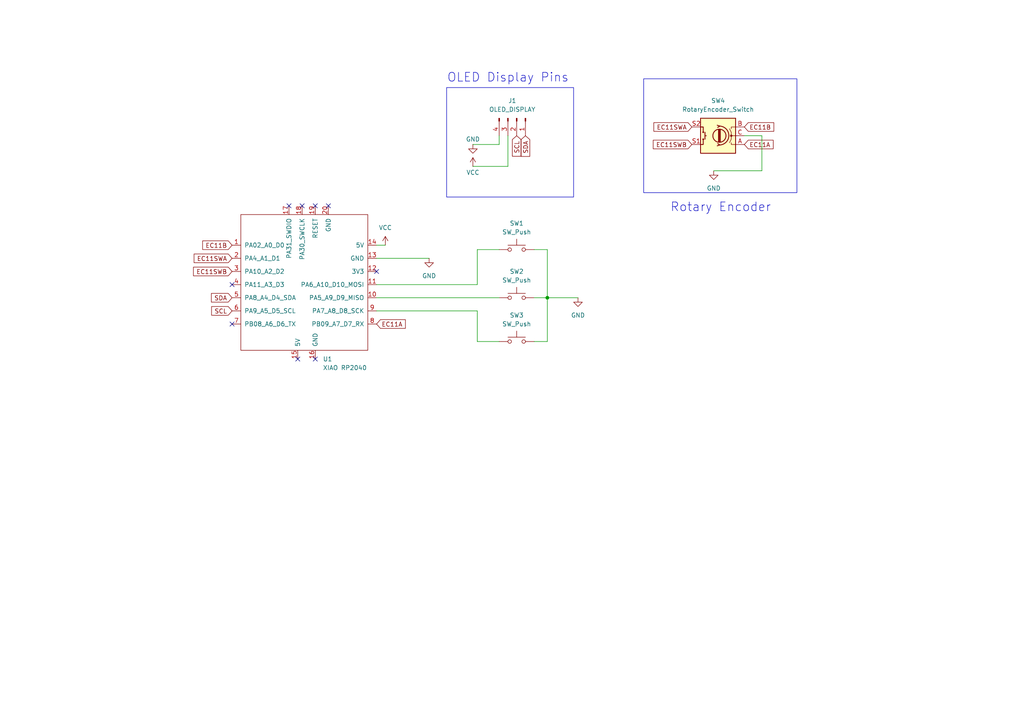
<source format=kicad_sch>
(kicad_sch (version 20231120) (generator "eeschema") (generator_version "8.0")
  (paper "A4")
  (lib_symbols
    (symbol "Connector:Conn_01x04_Pin" (pin_names (offset 1.016) hide)
      (property "Reference" "J" (at 0 5.08 0))
      (property "Value" "Conn_01x04_Pin" (at 0 -7.62 0))
      (symbol "Conn_01x04_Pin_1_1"
        (polyline (pts (xy 1.27 -5.08) (xy 0.8636 -5.08)) (stroke (width 0.1524)))
        (polyline (pts (xy 1.27 -2.54) (xy 0.8636 -2.54)) (stroke (width 0.1524)))
        (polyline (pts (xy 1.27 0) (xy 0.8636 0)) (stroke (width 0.1524)))
        (polyline (pts (xy 1.27 2.54) (xy 0.8636 2.54)) (stroke (width 0.1524)))
        (rectangle (start 0.8636 -4.953) (end 0 -5.207) (stroke (width 0.1524)) (fill (type outline)))
        (rectangle (start 0.8636 -2.413) (end 0 -2.667) (stroke (width 0.1524)) (fill (type outline)))
        (rectangle (start 0.8636 0.127) (end 0 -0.127) (stroke (width 0.1524)) (fill (type outline)))
        (rectangle (start 0.8636 2.667) (end 0 2.413) (stroke (width 0.1524)) (fill (type outline)))
        (pin passive line (at 5.08 2.54 180) (length 3.81) (name "Pin_1") (number "1"))
        (pin passive line (at 5.08 0 180) (length 3.81) (name "Pin_2") (number "2"))
        (pin passive line (at 5.08 -2.54 180) (length 3.81) (name "Pin_3") (number "3"))
        (pin passive line (at 5.08 -5.08 180) (length 3.81) (name "Pin_4") (number "4"))
      )
    )
    (symbol "Device:RotaryEncoder_Switch" (pin_names (offset 0.254) hide)
      (property "Reference" "SW" (at 0 6.604 0))
      (property "Value" "RotaryEncoder_Switch" (at 0 -6.604 0))
      (symbol "RotaryEncoder_Switch_0_1"
        (rectangle (start -5.08 5.08) (end 5.08 -5.08) (stroke (width 0.254)) (fill (type background)))
        (circle (center -3.81 0) (radius 0.254) (fill (type outline)))
        (circle (center -0.381 0) (radius 1.905) (stroke (width 0.254)))
        (arc (start -0.381 2.667) (mid -3.0988 -0.0635) (end -0.381 -2.794) (stroke (width 0.254)))
        (polyline (pts (xy -0.635 -1.778) (xy -0.635 1.778)) (stroke (width 0.254)))
        (polyline (pts (xy -0.381 -1.778) (xy -0.381 1.778)) (stroke (width 0.254)))
        (polyline (pts (xy -0.127 1.778) (xy -0.127 -1.778)) (stroke (width 0.254)))
        (polyline (pts (xy 3.81 0) (xy 3.429 0)) (stroke (width 0.254)))
        (polyline (pts (xy 3.81 1.016) (xy 3.81 -1.016)) (stroke (width 0.254)))
        (polyline (pts (xy -5.08 -2.54) (xy -3.81 -2.54) (xy -3.81 -2.032)))
        (polyline (pts (xy -5.08 2.54) (xy -3.81 2.54) (xy -3.81 2.032)))
        (polyline (pts (xy 0.254 -3.048) (xy -0.508 -2.794) (xy 0.127 -2.413)) (stroke (width 0.254)))
        (polyline (pts (xy 0.254 2.921) (xy -0.508 2.667) (xy 0.127 2.286)) (stroke (width 0.254)))
        (polyline (pts (xy 5.08 -2.54) (xy 4.318 -2.54) (xy 4.318 -1.016)) (stroke (width 0.254)))
        (polyline (pts (xy 5.08 2.54) (xy 4.318 2.54) (xy 4.318 1.016)) (stroke (width 0.254)))
        (polyline (pts (xy -5.08 0) (xy -3.81 0) (xy -3.81 -1.016) (xy -3.302 -2.032)))
        (polyline (pts (xy -4.318 0) (xy -3.81 0) (xy -3.81 1.016) (xy -3.302 2.032)))
        (circle (center 4.318 -1.016) (radius 0.127) (stroke (width 0.254)))
        (circle (center 4.318 1.016) (radius 0.127) (stroke (width 0.254)))
      )
      (symbol "RotaryEncoder_Switch_1_1"
        (pin passive line (at -7.62 2.54 0) (length 2.54) (name "A") (number "A"))
        (pin passive line (at -7.62 -2.54 0) (length 2.54) (name "B") (number "B"))
        (pin passive line (at -7.62 0 0) (length 2.54) (name "C") (number "C"))
        (pin passive line (at 7.62 2.54 180) (length 2.54) (name "S1") (number "S1"))
        (pin passive line (at 7.62 -2.54 180) (length 2.54) (name "S2") (number "S2"))
      )
    )
    (symbol "Seeeduino XIAO:SeeeduinoXIAO" (pin_names (offset 1.016))
      (property "Reference" "U" (at -19.05 22.86 0))
      (property "Value" "SeeeduinoXIAO" (at -12.7 21.59 0))
      (symbol "SeeeduinoXIAO_0_1"
        (rectangle (start -19.05 20.32) (end 17.78 -19.05))
      )
      (symbol "SeeeduinoXIAO_1_1"
        (pin unspecified line (at -21.59 11.43 0) (length 2.54) (name "PA02_A0_D0") (number "1"))
        (pin unspecified line (at 20.32 -3.81 180) (length 2.54) (name "PA5_A9_D9_MISO") (number "10"))
        (pin unspecified line (at 20.32 0 180) (length 2.54) (name "PA6_A10_D10_MOSI") (number "11"))
        (pin unspecified line (at 20.32 3.81 180) (length 2.54) (name "3V3") (number "12"))
        (pin unspecified line (at 20.32 7.62 180) (length 2.54) (name "GND") (number "13"))
        (pin unspecified line (at 20.32 11.43 180) (length 2.54) (name "5V") (number "14"))
        (pin input line (at -2.54 -21.59 90) (length 2.54) (name "5V") (number "15"))
        (pin input line (at 2.54 -21.59 90) (length 2.54) (name "GND") (number "16"))
        (pin input line (at -5.08 22.86 270) (length 2.54) (name "PA31_SWDIO") (number "17"))
        (pin input line (at -1.27 22.86 270) (length 2.54) (name "PA30_SWCLK") (number "18"))
        (pin input line (at 2.54 22.86 270) (length 2.54) (name "RESET") (number "19"))
        (pin unspecified line (at -21.59 7.62 0) (length 2.54) (name "PA4_A1_D1") (number "2"))
        (pin input line (at 6.35 22.86 270) (length 2.54) (name "GND") (number "20"))
        (pin unspecified line (at -21.59 3.81 0) (length 2.54) (name "PA10_A2_D2") (number "3"))
        (pin unspecified line (at -21.59 0 0) (length 2.54) (name "PA11_A3_D3") (number "4"))
        (pin unspecified line (at -21.59 -3.81 0) (length 2.54) (name "PA8_A4_D4_SDA") (number "5"))
        (pin unspecified line (at -21.59 -7.62 0) (length 2.54) (name "PA9_A5_D5_SCL") (number "6"))
        (pin unspecified line (at -21.59 -11.43 0) (length 2.54) (name "PB08_A6_D6_TX") (number "7"))
        (pin unspecified line (at 20.32 -11.43 180) (length 2.54) (name "PB09_A7_D7_RX") (number "8"))
        (pin unspecified line (at 20.32 -7.62 180) (length 2.54) (name "PA7_A8_D8_SCK") (number "9"))
      )
    )
    (symbol "Switch:SW_Push" (pin_numbers hide) (pin_names (offset 1.016) hide)
      (property "Reference" "SW" (at 1.27 2.54 0))
      (property "Value" "SW_Push" (at 0 -1.524 0))
      (symbol "SW_Push_0_1"
        (circle (center -2.032 0) (radius 0.508))
        (polyline (pts (xy 0 1.27) (xy 0 3.048)))
        (polyline (pts (xy 2.54 1.27) (xy -2.54 1.27)))
        (circle (center 2.032 0) (radius 0.508))
        (pin passive line (at -5.08 0 0) (length 2.54) (name "1") (number "1"))
        (pin passive line (at 5.08 0 180) (length 2.54) (name "2") (number "2"))
      )
    )
    (symbol "power:GND" (power) (pin_numbers hide) (pin_names (offset 0) hide)
      (property "Value" "GND" (at 0 -3.81 0))
      (symbol "GND_0_1"
        (polyline (pts (xy 0 0) (xy 0 -1.27) (xy 1.27 -1.27) (xy 0 -2.54) (xy -1.27 -1.27) (xy 0 -1.27)))
      )
      (symbol "GND_1_1"
        (pin power_in line (at 0 0 270) (length 0) (name "~") (number "1"))
      )
    )
    (symbol "power:VCC" (power) (pin_numbers hide) (pin_names (offset 0) hide)
      (property "Value" "VCC" (at 0 3.556 0))
      (symbol "VCC_0_1"
        (polyline (pts (xy -0.762 1.27) (xy 0 2.54)))
        (polyline (pts (xy 0 0) (xy 0 2.54)))
        (polyline (pts (xy 0 2.54) (xy 0.762 1.27)))
      )
      (symbol "VCC_1_1"
        (pin power_in line (at 0 0 90) (length 0) (name "~") (number "1"))
      )
    )
  )
  (junction (at 158.75 86.36))
  (no_connect (at 67.31 93.98))
  (no_connect (at 67.31 82.55))
  (no_connect (at 109.22 78.74))
  (no_connect (at 83.82 59.69))
  (no_connect (at 86.36 104.14))
  (no_connect (at 91.44 59.69))
  (no_connect (at 95.25 59.69))
  (no_connect (at 91.44 104.14))
  (no_connect (at 87.63 59.69))
  (wire (pts (xy 109.22 90.17) (xy 138.43 90.17)))
  (wire (pts (xy 138.43 99.06) (xy 144.78 99.06)))
  (wire (pts (xy 220.98 39.37) (xy 215.9 39.37)))
  (wire (pts (xy 109.22 86.36) (xy 144.78 86.36)))
  (wire (pts (xy 154.94 72.39) (xy 158.75 72.39)))
  (wire (pts (xy 158.75 72.39) (xy 158.75 86.36)))
  (wire (pts (xy 220.98 39.37) (xy 220.98 49.53)))
  (wire (pts (xy 138.43 82.55) (xy 138.43 72.39)))
  (wire (pts (xy 109.22 82.55) (xy 138.43 82.55)))
  (wire (pts (xy 154.94 86.36) (xy 158.75 86.36)))
  (wire (pts (xy 137.16 48.26) (xy 147.32 48.26)))
  (wire (pts (xy 138.43 72.39) (xy 144.78 72.39)))
  (wire (pts (xy 207.01 49.53) (xy 220.98 49.53)))
  (wire (pts (xy 109.22 74.93) (xy 124.46 74.93)))
  (wire (pts (xy 147.32 48.26) (xy 147.32 39.37)))
  (wire (pts (xy 154.94 99.06) (xy 158.75 99.06)))
  (wire (pts (xy 158.75 86.36) (xy 167.64 86.36)))
  (wire (pts (xy 137.16 41.91) (xy 144.78 41.91)))
  (wire (pts (xy 158.75 86.36) (xy 158.75 99.06)))
  (wire (pts (xy 144.78 41.91) (xy 144.78 39.37)))
  (wire (pts (xy 109.22 71.12) (xy 111.76 71.12)))
  (wire (pts (xy 138.43 90.17) (xy 138.43 99.06)))
  (rectangle (start 186.69 22.86) (end 231.14 55.88))
  (rectangle (start 129.54 25.4) (end 166.37 57.15))
  (text "OLED Display Pins" (at 147.32 22.606 0) (effects (font (size 2.54 2.54))))
  (text "Rotary Encoder" (at 209.042 60.198 0) (effects (font (size 2.54 2.54))))
  (global_label "SCL" (shape input) (at 67.31 90.17 180) (property "Intersheetrefs" "${INTERSHEET_REFS}" (effects (hide yes))))
  (global_label "SDA" (shape input) (at 152.4 39.37 270) (property "Intersheetrefs" "${INTERSHEET_REFS}" (effects (hide yes))))
  (global_label "EC11SWA" (shape input) (at 200.66 36.83 180) (property "Intersheetrefs" "${INTERSHEET_REFS}" (effects (hide yes))))
  (global_label "EC11B" (shape input) (at 215.9 36.83 0) (property "Intersheetrefs" "${INTERSHEET_REFS}" (effects (hide yes))))
  (global_label "EC11A" (shape input) (at 215.9 41.91 0) (property "Intersheetrefs" "${INTERSHEET_REFS}" (effects (hide yes))))
  (global_label "EC11SWA" (shape input) (at 67.31 74.93 180) (property "Intersheetrefs" "${INTERSHEET_REFS}" (effects (hide yes))))
  (global_label "EC11SWB" (shape input) (at 67.31 78.74 180) (property "Intersheetrefs" "${INTERSHEET_REFS}" (effects (hide yes))))
  (global_label "EC11SWB" (shape input) (at 200.66 41.91 180) (property "Intersheetrefs" "${INTERSHEET_REFS}" (effects (hide yes))))
  (global_label "EC11A" (shape input) (at 109.22 93.98 0) (property "Intersheetrefs" "${INTERSHEET_REFS}" (effects (hide yes))))
  (global_label "SCL" (shape input) (at 149.86 39.37 270) (property "Intersheetrefs" "${INTERSHEET_REFS}" (effects (hide yes))))
  (global_label "SDA" (shape input) (at 67.31 86.36 180) (property "Intersheetrefs" "${INTERSHEET_REFS}" (effects (hide yes))))
  (global_label "EC11B" (shape input) (at 67.31 71.12 180) (property "Intersheetrefs" "${INTERSHEET_REFS}" (effects (hide yes))))
  (symbol (lib_id "power:GND") (at 124.46 74.93 0) (unit 1)
    (property "Reference" "#PWR01" (effects (hide yes)))
    (property "Value" "GND" (at 124.46 80.01 0))
    (property "Description" "Power symbol creates a global label with name \"GND\" , ground" (effects (hide yes)))
  )
  (symbol (lib_id "Switch:SW_Push") (at 149.86 72.39 0) (unit 1)
    (property "Reference" "SW1" (at 149.86 64.77 0))
    (property "Value" "SW_Push" (at 149.86 67.31 0))
    (property "Footprint" "Button_Switch_Keyboard:SW_Cherry_MX_1.00u_PCB" (effects (hide yes)))
    (property "Description" "Push button switch, generic, two pins" (effects (hide yes)))
  )
  (symbol (lib_id "power:GND") (at 207.01 49.53 0) (unit 1)
    (property "Reference" "#PWR06" (effects (hide yes)))
    (property "Value" "GND" (at 207.01 54.61 0))
    (property "Description" "Power symbol creates a global label with name \"GND\" , ground" (effects (hide yes)))
  )
  (symbol (lib_id "Switch:SW_Push") (at 149.86 99.06 0) (unit 1)
    (property "Reference" "SW3" (at 149.86 91.44 0))
    (property "Value" "SW_Push" (at 149.86 93.98 0))
    (property "Footprint" "Button_Switch_Keyboard:SW_Cherry_MX_1.00u_PCB" (effects (hide yes)))
    (property "Description" "Push button switch, generic, two pins" (effects (hide yes)))
  )
  (symbol (lib_id "power:GND") (at 137.16 41.91 0) (unit 1)
    (property "Reference" "#PWR03" (effects (hide yes)))
    (property "Value" "GND" (at 137.16 40.386 0))
    (property "Description" "Power symbol creates a global label with name \"GND\" , ground" (effects (hide yes)))
  )
  (symbol (lib_id "Connector:Conn_01x04_Pin") (at 149.86 34.29 270) (unit 1)
    (property "Reference" "J1" (at 148.59 29.21 90))
    (property "Value" "OLED_DISPLAY" (at 148.59 31.75 90))
    (property "Footprint" "Connector_PinHeader_2.54mm:PinHeader_1x04_P2.54mm_Vertical" (effects (hide yes)))
    (property "Description" "Generic connector, single row, 01x04, script generated" (effects (hide yes)))
  )
  (symbol (lib_id "power:VCC") (at 111.76 71.12 0) (unit 1)
    (property "Reference" "#PWR05" (effects (hide yes)))
    (property "Value" "VCC" (at 111.76 66.04 0))
    (property "Description" "Power symbol creates a global label with name \"VCC\"" (effects (hide yes)))
  )
  (symbol (lib_id "Device:RotaryEncoder_Switch") (at 208.28 39.37 180) (unit 1)
    (property "Reference" "SW4" (at 208.28 29.21 0))
    (property "Value" "RotaryEncoder_Switch" (at 208.28 31.75 0))
    (property "Footprint" "Rotary_Encoder:RotaryEncoder_Alps_EC11E-Switch_Vertical_H20mm" (effects (hide yes)))
    (property "Description" "Rotary encoder, dual channel, incremental quadrate outputs, with switch" (effects (hide yes)))
  )
  (symbol (lib_id "Seeeduino XIAO:SeeeduinoXIAO") (at 88.9 82.55 0) (unit 1)
    (property "Reference" "U1" (at 93.6341 104.14 0) (effects (justify left)))
    (property "Value" "XIAO RP2040" (at 93.6341 106.68 0) (effects (justify left)))
    (property "Footprint" "Seeed Studio XIAO Series Library:XIAO-Generic-Thruhole-14P-2.54-21X17.8MM" (effects (hide yes)))
  )
  (symbol (lib_id "power:GND") (at 167.64 86.36 0) (unit 1)
    (property "Reference" "#PWR02" (effects (hide yes)))
    (property "Value" "GND" (at 167.64 91.44 0))
    (property "Description" "Power symbol creates a global label with name \"GND\" , ground" (effects (hide yes)))
  )
  (symbol (lib_id "power:VCC") (at 137.16 48.26 0) (unit 1)
    (property "Reference" "#PWR04" (effects (hide yes)))
    (property "Value" "VCC" (at 137.16 50.038 0))
    (property "Description" "Power symbol creates a global label with name \"VCC\"" (effects (hide yes)))
  )
  (symbol (lib_id "Switch:SW_Push") (at 149.86 86.36 0) (unit 1)
    (property "Reference" "SW2" (at 149.86 78.74 0))
    (property "Value" "SW_Push" (at 149.86 81.28 0))
    (property "Footprint" "Button_Switch_Keyboard:SW_Cherry_MX_1.00u_PCB" (effects (hide yes)))
    (property "Description" "Push button switch, generic, two pins" (effects (hide yes)))
  )
)
</source>
